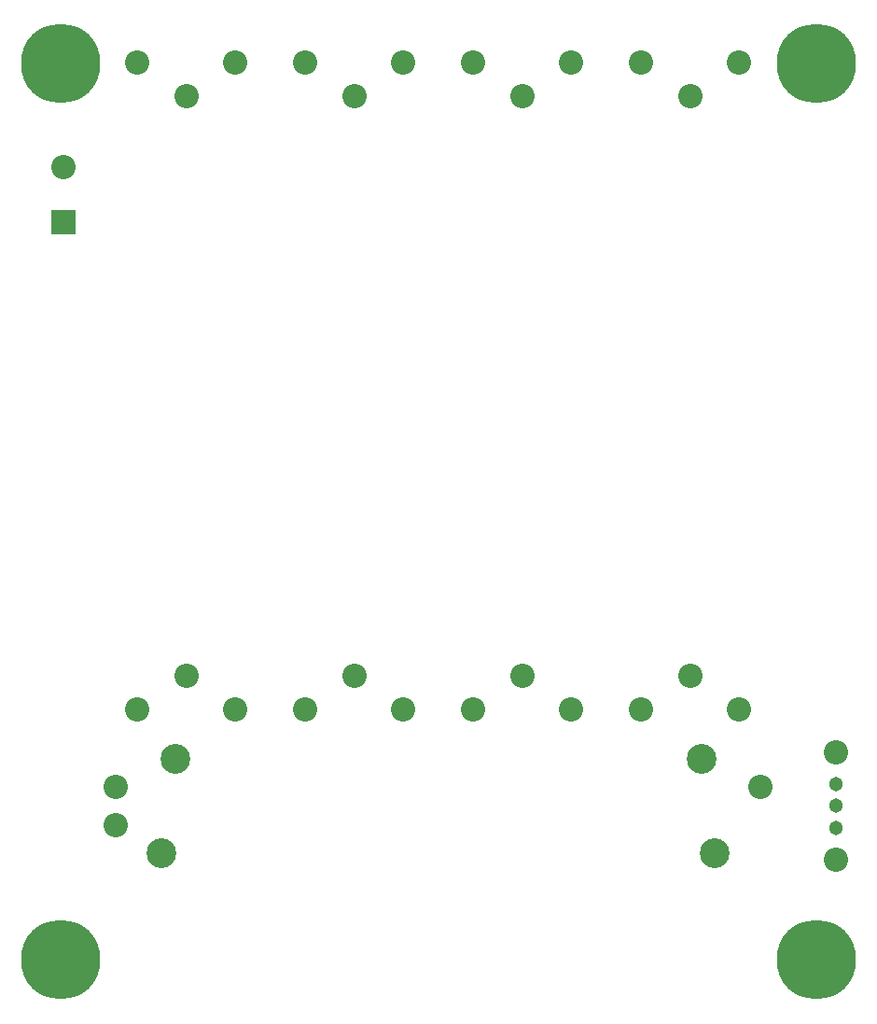
<source format=gbs>
G04*
G04 #@! TF.GenerationSoftware,Altium Limited,Altium Designer,19.1.8 (144)*
G04*
G04 Layer_Color=16711935*
%FSLAX25Y25*%
%MOIN*%
G70*
G01*
G75*
%ADD38C,0.05131*%
%ADD39C,0.08674*%
%ADD40C,0.10642*%
%ADD41C,0.28359*%
%ADD42R,0.08674X0.08674*%
D38*
X392000Y162126D02*
D03*
Y177874D02*
D03*
Y170000D02*
D03*
D39*
Y150906D02*
D03*
Y189094D02*
D03*
X365158Y176890D02*
D03*
X134843Y163110D02*
D03*
Y176890D02*
D03*
X116000Y398000D02*
D03*
X142500Y204488D02*
D03*
X177500Y435512D02*
D03*
X142500D02*
D03*
X177500Y204488D02*
D03*
X160000Y216496D02*
D03*
Y423504D02*
D03*
X237500Y435512D02*
D03*
X202500Y204488D02*
D03*
X237500D02*
D03*
X202500Y435512D02*
D03*
X220000Y423504D02*
D03*
Y216496D02*
D03*
X262500Y204488D02*
D03*
X297500Y435512D02*
D03*
X262500D02*
D03*
X297500Y204488D02*
D03*
X280000Y216496D02*
D03*
Y423504D02*
D03*
X357500Y435512D02*
D03*
X322500Y204488D02*
D03*
X357500D02*
D03*
X322500Y435512D02*
D03*
X340000Y423504D02*
D03*
Y216496D02*
D03*
D40*
X348819Y153268D02*
D03*
X151181D02*
D03*
X155905Y186732D02*
D03*
X344094D02*
D03*
D41*
X385000Y115000D02*
D03*
X115000D02*
D03*
Y435000D02*
D03*
X385000D02*
D03*
D42*
X116000Y378315D02*
D03*
M02*

</source>
